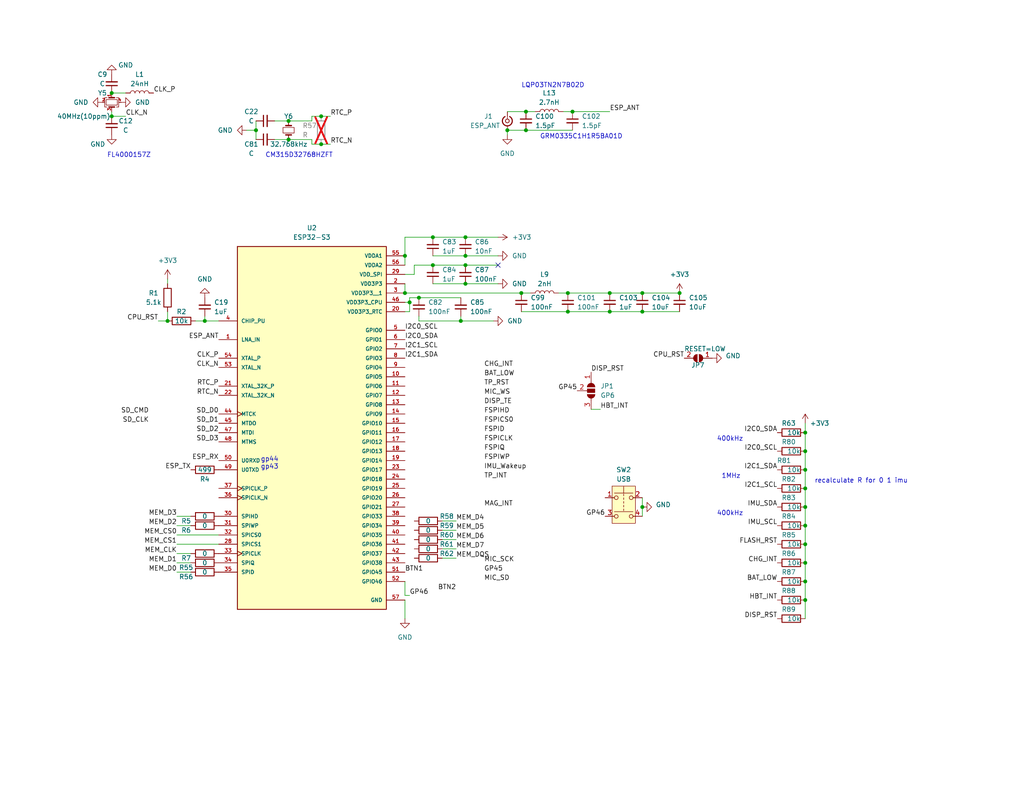
<source format=kicad_sch>
(kicad_sch (version 20230121) (generator eeschema)
  (paper "USLetter")
  (lib_symbols
    (symbol "APS12808L-3OBMx_1"
      (property "Reference" "U" (at 0 17.78 0))
      (property "Value" "APS12808L-3OBMx" (at 0 15.24 0))
      (symbol "APS12808L-3OBMx_1_1_0"
        (pin no_connect line (at 1.27 -16.51 0) (length 2.54) hide (name "") (number "A2"))
        (pin no_connect line (at 1.27 -19.05 0) (length 2.54) hide (name "") (number "A5"))
        (pin no_connect line (at 1.27 -21.59 0) (length 2.54) hide (name "") (number "B1"))
        (pin no_connect line (at 1.27 -24.13 0) (length 2.54) hide (name "") (number "B5"))
        (pin no_connect line (at 1.27 -26.67 0) (length 2.54) hide (name "") (number "C5"))
      )
      (symbol "APS12808L-3OBMx_1_1_1"
        (pin input line (at -12.7 -8.89 0) (length 2.54) (name "CE#") (number "A3"))
        (pin input line (at -12.7 -11.43 0) (length 2.54) (name "RST#") (number "A4"))
        (pin input line (at 12.7 -11.43 180) (length 2.54) (name "CLK") (number "B2"))
        (pin power_in line (at -12.7 1.27 0) (length 2.54) (name "VSS") (number "B3"))
        (pin power_in line (at -12.7 11.43 0) (length 2.54) (name "VDD") (number "B4"))
        (pin power_in line (at -12.7 -1.27 0) (length 2.54) (name "VSSQ") (number "C1"))
        (pin bidirectional line (at 12.7 -8.89 180) (length 2.54) (name "DQS/DM") (number "C3"))
        (pin bidirectional line (at 12.7 6.35 180) (length 2.54) (name "ADQ2") (number "C4"))
        (pin power_in line (at -12.7 8.89 0) (length 2.54) (name "VDDQ") (number "D1"))
        (pin bidirectional line (at 12.7 8.89 180) (length 2.54) (name "ADQ1") (number "D2"))
        (pin bidirectional line (at 12.7 11.43 180) (length 2.54) (name "ADQ0") (number "D3"))
        (pin bidirectional line (at 12.7 3.81 180) (length 2.54) (name "ADQ3") (number "D4"))
        (pin bidirectional line (at 12.7 1.27 180) (length 2.54) (name "ADQ4") (number "D5"))
        (pin bidirectional line (at 12.7 -6.35 180) (length 2.54) (name "ADQ7") (number "E1"))
        (pin bidirectional line (at 12.7 -3.81 180) (length 2.54) (name "ADQ6") (number "E2"))
        (pin bidirectional line (at 12.7 -1.27 180) (length 2.54) (name "ADQ5") (number "E3"))
        (pin power_in line (at -12.7 6.35 0) (length 2.54) (name "VDDQ") (number "E4"))
        (pin power_in line (at -12.7 -3.81 0) (length 2.54) (name "VSSQ") (number "E5"))
      )
    )
    (symbol "Connector:Conn_Coaxial_Small" (pin_numbers hide) (pin_names (offset 1.016) hide)
      (property "Reference" "J" (at 0.254 3.048 0))
      (property "Value" "Conn_Coaxial_Small" (at 0 -3.81 0))
      (symbol "Conn_Coaxial_Small_1_1"
        (pin passive line (at -2.54 0 0) (length 1.27) (name "In") (number "1"))
        (pin passive line (at 2.54 0 180) (length 1.27) (name "Ext") (number "2"))
      )
    )
    (symbol "Connector:Micro_SD_Card" (pin_names (offset 1.016))
      (property "Reference" "J" (at -16.51 15.24 0))
      (property "Value" "Micro_SD_Card" (at 16.51 15.24 0))
      (symbol "Micro_SD_Card_1_1"
        (pin bidirectional line (at -22.86 7.62 0) (length 3.81) (name "DAT2") (number "1"))
        (pin bidirectional line (at -22.86 5.08 0) (length 3.81) (name "DAT3/CD") (number "2"))
        (pin input line (at -22.86 2.54 0) (length 3.81) (name "CMD") (number "3"))
        (pin power_in line (at -22.86 0 0) (length 3.81) (name "VDD") (number "4"))
        (pin input line (at -22.86 -2.54 0) (length 3.81) (name "CLK") (number "5"))
        (pin power_in line (at -22.86 -5.08 0) (length 3.81) (name "VSS") (number "6"))
        (pin bidirectional line (at -22.86 -7.62 0) (length 3.81) (name "DAT0") (number "7"))
        (pin bidirectional line (at -22.86 -10.16 0) (length 3.81) (name "DAT1") (number "8"))
        (pin passive line (at 20.32 -15.24 180) (length 3.81) (name "SHIELD") (number "9"))
      )
    )
    (symbol "Connector:TestPoint" (pin_numbers hide) (pin_names (offset 0.762) hide)
      (property "Reference" "TP" (at 0 6.858 0))
      (property "Value" "TestPoint" (at 0 5.08 0))
      (symbol "TestPoint_1_1"
        (pin passive line (at 0 0 90) (length 2.54) (name "1") (number "1"))
      )
    )
    (symbol "Device:C_Small" (pin_numbers hide) (pin_names (offset 0.254) hide)
      (property "Reference" "C" (at 0.254 1.778 0))
      (property "Value" "C_Small" (at 0.254 -2.032 0))
      (symbol "C_Small_1_1"
        (pin passive line (at 0 2.54 270) (length 2.032) (name "~") (number "1"))
        (pin passive line (at 0 -2.54 90) (length 2.032) (name "~") (number "2"))
      )
    )
    (symbol "Device:Crystal_GND24_Small" (pin_names (offset 1.016) hide)
      (property "Reference" "Y" (at 1.27 4.445 0))
      (property "Value" "Crystal_GND24_Small" (at 1.27 2.54 0))
      (symbol "Crystal_GND24_Small_1_1"
        (pin passive line (at -2.54 0 0) (length 1.27) (name "1") (number "1"))
        (pin passive line (at 0 -2.54 90) (length 0.635) (name "2") (number "2"))
        (pin passive line (at 2.54 0 180) (length 1.27) (name "3") (number "3"))
        (pin passive line (at 0 2.54 270) (length 0.635) (name "4") (number "4"))
      )
    )
    (symbol "Device:Crystal_Small" (pin_numbers hide) (pin_names (offset 1.016) hide)
      (property "Reference" "Y" (at 0 2.54 0))
      (property "Value" "Crystal_Small" (at 0 -2.54 0))
      (symbol "Crystal_Small_1_1"
        (pin passive line (at -2.54 0 0) (length 1.27) (name "1") (number "1"))
        (pin passive line (at 2.54 0 180) (length 1.27) (name "2") (number "2"))
      )
    )
    (symbol "Device:L" (pin_numbers hide) (pin_names (offset 1.016) hide)
      (property "Reference" "L" (at -1.27 0 90))
      (property "Value" "L" (at 1.905 0 90))
      (symbol "L_1_1"
        (pin passive line (at 0 3.81 270) (length 1.27) (name "1") (number "1"))
        (pin passive line (at 0 -3.81 90) (length 1.27) (name "2") (number "2"))
      )
    )
    (symbol "Device:R" (pin_numbers hide) (pin_names (offset 0))
      (property "Reference" "R" (at 2.032 0 90))
      (property "Value" "R" (at 0 0 90))
      (symbol "R_1_1"
        (pin passive line (at 0 3.81 270) (length 1.27) (name "~") (number "1"))
        (pin passive line (at 0 -3.81 90) (length 1.27) (name "~") (number "2"))
      )
    )
    (symbol "Jumper:SolderJumper_2_Open" (pin_names (offset 0) hide)
      (property "Reference" "JP" (at 0 2.032 0))
      (property "Value" "SolderJumper_2_Open" (at 0 -2.54 0))
      (symbol "SolderJumper_2_Open_1_1"
        (pin passive line (at -3.81 0 0) (length 2.54) (name "A") (number "1"))
        (pin passive line (at 3.81 0 180) (length 2.54) (name "B") (number "2"))
      )
    )
    (symbol "Jumper:SolderJumper_3_Open" (pin_names (offset 0) hide)
      (property "Reference" "JP" (at -2.54 -2.54 0))
      (property "Value" "SolderJumper_3_Open" (at 0 2.794 0))
      (symbol "SolderJumper_3_Open_1_1"
        (pin passive line (at -5.08 0 0) (length 2.54) (name "A") (number "1"))
        (pin passive line (at 0 -3.81 90) (length 2.54) (name "C") (number "2"))
        (pin passive line (at 5.08 0 180) (length 2.54) (name "B") (number "3"))
      )
    )
    (symbol "MCU_Espressif:ESP32-S3" (pin_names (offset 1.016))
      (property "Reference" "U" (at -20.32 49.53 0))
      (property "Value" "ESP32-S3" (at -20.32 -52.07 0))
      (symbol "ESP32-S3_0_0"
        (pin bidirectional line (at -25.4 22.86 0) (length 5.08) (name "LNA_IN") (number "1"))
        (pin bidirectional line (at 25.4 12.7 180) (length 5.08) (name "GPIO5") (number "10"))
        (pin bidirectional line (at 25.4 10.16 180) (length 5.08) (name "GPIO6") (number "11"))
        (pin bidirectional line (at 25.4 7.62 180) (length 5.08) (name "GPIO7") (number "12"))
        (pin bidirectional line (at 25.4 5.08 180) (length 5.08) (name "GPIO8") (number "13"))
        (pin bidirectional line (at 25.4 2.54 180) (length 5.08) (name "GPIO9") (number "14"))
        (pin bidirectional line (at 25.4 0 180) (length 5.08) (name "GPIO10") (number "15"))
        (pin bidirectional line (at 25.4 -2.54 180) (length 5.08) (name "GPIO11") (number "16"))
        (pin bidirectional line (at 25.4 -5.08 180) (length 5.08) (name "GPIO12") (number "17"))
        (pin bidirectional line (at 25.4 -7.62 180) (length 5.08) (name "GPIO13") (number "18"))
        (pin bidirectional line (at 25.4 -10.16 180) (length 5.08) (name "GPIO14") (number "19"))
        (pin power_in line (at 25.4 38.1 180) (length 5.08) (name "VDD3P3") (number "2"))
        (pin power_in line (at 25.4 30.48 180) (length 5.08) (name "VDD3P3_RTC") (number "20"))
        (pin bidirectional line (at -25.4 10.16 0) (length 5.08) (name "XTAL_32K_P") (number "21"))
        (pin bidirectional line (at -25.4 7.62 0) (length 5.08) (name "XTAL_32K_N") (number "22"))
        (pin bidirectional line (at 25.4 -12.7 180) (length 5.08) (name "GPIO17") (number "23"))
        (pin bidirectional line (at 25.4 -15.24 180) (length 5.08) (name "GPIO18") (number "24"))
        (pin bidirectional line (at 25.4 -17.78 180) (length 5.08) (name "GPIO19") (number "25"))
        (pin bidirectional line (at 25.4 -20.32 180) (length 5.08) (name "GPIO20") (number "26"))
        (pin bidirectional line (at 25.4 -22.86 180) (length 5.08) (name "GPIO21") (number "27"))
        (pin bidirectional line (at -25.4 -33.02 0) (length 5.08) (name "SPICS1") (number "28"))
        (pin power_in line (at 25.4 40.64 180) (length 5.08) (name "VDD_SPI") (number "29"))
        (pin power_in line (at 25.4 35.56 180) (length 5.08) (name "VDD3P3__1") (number "3"))
        (pin bidirectional line (at -25.4 -25.4 0) (length 5.08) (name "SPIHD") (number "30"))
        (pin bidirectional line (at -25.4 -27.94 0) (length 5.08) (name "SPIWP") (number "31"))
        (pin bidirectional line (at -25.4 -30.48 0) (length 5.08) (name "SPICS0") (number "32"))
        (pin bidirectional clock (at -25.4 -35.56 0) (length 5.08) (name "SPICLK") (number "33"))
        (pin bidirectional line (at -25.4 -38.1 0) (length 5.08) (name "SPIQ") (number "34"))
        (pin bidirectional line (at -25.4 -40.64 0) (length 5.08) (name "SPID") (number "35"))
        (pin bidirectional clock (at -25.4 -20.32 0) (length 5.08) (name "SPICLK_N") (number "36"))
        (pin bidirectional clock (at -25.4 -17.78 0) (length 5.08) (name "SPICLK_P") (number "37"))
        (pin bidirectional line (at 25.4 -25.4 180) (length 5.08) (name "GPIO33") (number "38"))
        (pin bidirectional line (at 25.4 -27.94 180) (length 5.08) (name "GPIO34") (number "39"))
        (pin input line (at -25.4 27.94 0) (length 5.08) (name "CHIP_PU") (number "4"))
        (pin bidirectional line (at 25.4 -30.48 180) (length 5.08) (name "GPIO35") (number "40"))
        (pin bidirectional line (at 25.4 -33.02 180) (length 5.08) (name "GPIO36") (number "41"))
        (pin bidirectional line (at 25.4 -35.56 180) (length 5.08) (name "GPIO37") (number "42"))
        (pin bidirectional line (at 25.4 -38.1 180) (length 5.08) (name "GPIO38") (number "43"))
        (pin bidirectional clock (at -25.4 2.54 0) (length 5.08) (name "MTCK") (number "44"))
        (pin bidirectional line (at -25.4 0 0) (length 5.08) (name "MTDO") (number "45"))
        (pin power_in line (at 25.4 33.02 180) (length 5.08) (name "VDD3P3_CPU") (number "46"))
        (pin bidirectional line (at -25.4 -2.54 0) (length 5.08) (name "MTDI") (number "47"))
        (pin bidirectional line (at -25.4 -5.08 0) (length 5.08) (name "MTMS") (number "48"))
        (pin bidirectional line (at -25.4 -12.7 0) (length 5.08) (name "U0TXD") (number "49"))
        (pin bidirectional line (at 25.4 25.4 180) (length 5.08) (name "GPIO0") (number "5"))
        (pin bidirectional line (at -25.4 -10.16 0) (length 5.08) (name "U0RXD") (number "50"))
        (pin bidirectional line (at 25.4 -40.64 180) (length 5.08) (name "GPIO45") (number "51"))
        (pin bidirectional line (at 25.4 -43.18 180) (length 5.08) (name "GPIO46") (number "52"))
        (pin output line (at -25.4 15.24 0) (length 5.08) (name "XTAL_N") (number "53"))
        (pin input line (at -25.4 17.78 0) (length 5.08) (name "XTAL_P") (number "54"))
        (pin power_in line (at 25.4 45.72 180) (length 5.08) (name "VDDA1") (number "55"))
        (pin power_in line (at 25.4 43.18 180) (length 5.08) (name "VDDA2") (number "56"))
        (pin power_in line (at 25.4 -48.26 180) (length 5.08) (name "GND") (number "57"))
        (pin bidirectional line (at 25.4 22.86 180) (length 5.08) (name "GPIO1") (number "6"))
        (pin bidirectional line (at 25.4 20.32 180) (length 5.08) (name "GPIO2") (number "7"))
        (pin bidirectional line (at 25.4 17.78 180) (length 5.08) (name "GPIO3") (number "8"))
        (pin bidirectional line (at 25.4 15.24 180) (length 5.08) (name "GPIO4") (number "9"))
      )
    )
    (symbol "Switch:SW_Push_Dual" (pin_names (offset 1.016) hide)
      (property "Reference" "SW" (at 0 7.62 0))
      (property "Value" "SW_Push_Dual" (at 0 -6.35 0))
      (symbol "SW_Push_Dual_0_1"
        (pin passive line (at -5.08 2.54 0) (length 2.54) (name "1") (number "1"))
        (pin passive line (at 5.08 2.54 180) (length 2.54) (name "2") (number "2"))
        (pin passive line (at -5.08 -2.54 0) (length 2.54) (name "3") (number "3"))
        (pin passive line (at 5.08 -2.54 180) (length 2.54) (name "4") (number "4"))
      )
    )
    (symbol "custom-lib:MX25LM51245GXDI00"
      (property "Reference" "U" (at 0 17.78 0))
      (property "Value" "MX25LM51245GXDI00" (at 0 15.24 0))
      (symbol "MX25LM51245GXDI00_0_1"
        (pin input line (at -15.24 -8.89 0) (length 7.62) (name "RESET#") (number "A4"))
        (pin unspecified line (at -15.24 -11.43 0) (length 7.62) (name "ECS#") (number "A5"))
        (pin input line (at 15.24 -11.43 180) (length 7.62) (name "SCLK") (number "B2"))
        (pin power_in line (at -15.24 11.43 0) (length 7.62) (name "VCC") (number "B4"))
        (pin input line (at -15.24 -6.35 0) (length 7.62) (name "CS#") (number "C2"))
        (pin bidirectional line (at 15.24 6.35 180) (length 7.62) (name "SIO2") (number "C4"))
        (pin power_in line (at -15.24 8.89 0) (length 7.62) (name "VCCQ") (number "D1"))
        (pin bidirectional line (at 15.24 8.89 180) (length 7.62) (name "SIO1") (number "D2"))
        (pin bidirectional line (at 15.24 11.43 180) (length 7.62) (name "SIO0") (number "D3"))
        (pin bidirectional line (at 15.24 3.81 180) (length 7.62) (name "SIO3") (number "D4"))
        (pin bidirectional line (at 15.24 1.27 180) (length 7.62) (name "SIO4") (number "D5"))
        (pin bidirectional line (at 15.24 -6.35 180) (length 7.62) (name "SIO7") (number "E1"))
        (pin bidirectional line (at 15.24 -3.81 180) (length 7.62) (name "SIO6") (number "E2"))
        (pin bidirectional line (at 15.24 -1.27 180) (length 7.62) (name "SIO5") (number "E3"))
        (pin power_in line (at -15.24 6.35 0) (length 7.62) (name "VCCQ") (number "E4"))
      )
      (symbol "MX25LM51245GXDI00_1_1"
        (pin no_connect line (at -3.81 -16.51 0) (length 7.62) hide (name "NC") (number "A2"))
        (pin no_connect line (at -3.81 -19.05 0) (length 7.62) hide (name "NC") (number "A3"))
        (pin no_connect line (at -3.81 -21.59 0) (length 7.62) hide (name "DNU") (number "B1"))
        (pin power_in line (at -15.24 -2.54 0) (length 7.62) (name "GND") (number "B3"))
        (pin no_connect line (at -3.81 -24.13 0) (length 7.62) hide (name "DNU") (number "B5"))
        (pin power_in line (at -15.24 2.54 0) (length 7.62) (name "VSSQ") (number "C1"))
        (pin bidirectional line (at 15.24 -8.89 180) (length 7.62) (name "DQS") (number "C3"))
        (pin no_connect line (at -3.81 -26.67 0) (length 7.62) hide (name "NC") (number "C5"))
        (pin power_in line (at -15.24 0 0) (length 7.62) (name "VSSQ") (number "E5"))
      )
    )
    (symbol "power:+3V3" (power) (pin_names (offset 0))
      (property "Value" "+3V3" (at 0 3.556 0))
      (symbol "+3V3_1_1"
        (pin power_in line (at 0 0 90) (length 0) hide (name "+3V3") (number "1"))
      )
    )
    (symbol "power:GND" (power) (pin_names (offset 0))
      (property "Value" "GND" (at 0 -3.81 0))
      (symbol "GND_1_1"
        (pin power_in line (at 0 0 270) (length 0) hide (name "GND") (number "1"))
      )
    )
  )
  (junction (at 127 64.77))
  (junction (at 356.87 86.36))
  (junction (at 341.63 43.18))
  (junction (at 219.71 163.83))
  (junction (at 135.89 308.61))
  (junction (at 346.71 34.29))
  (junction (at 127 275.59))
  (junction (at 114.3 275.59))
  (junction (at 78.74 38.1))
  (junction (at 346.71 52.07))
  (junction (at 219.71 148.59))
  (junction (at 118.11 64.77))
  (junction (at 341.63 34.29))
  (junction (at 139.7 306.07))
  (junction (at 219.71 143.51))
  (junction (at 350.52 34.29))
  (junction (at 120.65 293.37))
  (junction (at 154.94 85.09))
  (junction (at 175.26 80.01))
  (junction (at 120.65 275.59))
  (junction (at 87.63 31.75))
  (junction (at 110.49 80.01))
  (junction (at 125.73 87.63))
  (junction (at 156.21 30.48))
  (junction (at 69.85 35.56))
  (junction (at 351.79 106.68))
  (junction (at 133.35 275.59))
  (junction (at 142.24 80.01))
  (junction (at 166.37 85.09))
  (junction (at 138.43 35.56))
  (junction (at 78.74 33.02))
  (junction (at 175.26 138.43))
  (junction (at 55.88 87.63))
  (junction (at 114.3 81.28))
  (junction (at 356.87 96.52))
  (junction (at 166.37 80.01))
  (junction (at 127 298.45))
  (junction (at 133.35 303.53))
  (junction (at 128.27 308.61))
  (junction (at 219.71 118.11))
  (junction (at 111.76 82.55))
  (junction (at 219.71 128.27))
  (junction (at 107.95 288.29))
  (junction (at 353.06 96.52))
  (junction (at 30.48 31.75))
  (junction (at 127 77.47))
  (junction (at 219.71 158.75))
  (junction (at 127 72.39))
  (junction (at 353.06 86.36))
  (junction (at 219.71 123.19))
  (junction (at 219.71 133.35))
  (junction (at 139.7 275.59))
  (junction (at 175.26 85.09))
  (junction (at 219.71 153.67))
  (junction (at 143.51 30.48))
  (junction (at 110.49 69.85))
  (junction (at 118.11 72.39))
  (junction (at 350.52 43.18))
  (junction (at 219.71 138.43))
  (junction (at 87.63 39.37))
  (junction (at 127 69.85))
  (junction (at 347.98 96.52))
  (junction (at 346.71 43.18))
  (junction (at 154.94 80.01))
  (junction (at 45.72 87.63))
  (junction (at 143.51 35.56))
  (junction (at 114.3 290.83))
  (junction (at 185.42 80.01))
  (junction (at 347.98 86.36))
  (junction (at 30.48 25.4))
  (no_connect (at 135.89 72.39))
  (wire (pts (xy 219.71 115.57) (xy 219.71 118.11)))
  (wire (pts (xy 48.26 146.05) (xy 59.69 146.05)))
  (wire (pts (xy 85.09 33.02) (xy 78.74 33.02)))
  (wire (pts (xy 154.94 85.09) (xy 166.37 85.09)))
  (wire (pts (xy 342.9 63.5) (xy 346.71 63.5)))
  (wire (pts (xy 48.26 153.67) (xy 52.07 153.67)))
  (wire (pts (xy 135.89 300.99) (xy 135.89 308.61)))
  (wire (pts (xy 113.03 74.93) (xy 110.49 74.93)))
  (wire (pts (xy 135.89 308.61) (xy 135.89 311.15)))
  (wire (pts (xy 166.37 85.09) (xy 175.26 85.09)))
  (wire (pts (xy 346.71 36.83) (xy 346.71 34.29)))
  (wire (pts (xy 139.7 306.07) (xy 125.73 306.07)))
  (wire (pts (xy 350.52 43.18) (xy 350.52 45.72)))
  (wire (pts (xy 153.67 30.48) (xy 156.21 30.48)))
  (wire (pts (xy 347.98 86.36) (xy 353.06 86.36)))
  (wire (pts (xy 105.41 288.29) (xy 107.95 288.29)))
  (wire (pts (xy 118.11 69.85) (xy 127 69.85)))
  (wire (pts (xy 74.93 38.1) (xy 78.74 38.1)))
  (wire (pts (xy 143.51 35.56) (xy 156.21 35.56)))
  (wire (pts (xy 114.3 81.28) (xy 125.73 81.28)))
  (wire (pts (xy 219.71 138.43) (xy 219.71 143.51)))
  (wire (pts (xy 110.49 162.56) (xy 110.49 158.75)))
  (wire (pts (xy 219.71 128.27) (xy 219.71 133.35)))
  (wire (pts (xy 120.65 293.37) (xy 140.97 293.37)))
  (wire (pts (xy 135.89 72.39) (xy 127 72.39)))
  (wire (pts (xy 87.63 39.37) (xy 85.09 39.37)))
  (wire (pts (xy 85.09 38.1) (xy 78.74 38.1)))
  (wire (pts (xy 69.85 35.56) (xy 69.85 38.1)))
  (wire (pts (xy 124.46 298.45) (xy 127 298.45)))
  (wire (pts (xy 87.63 31.75) (xy 85.09 31.75)))
  (wire (pts (xy 118.11 293.37) (xy 120.65 293.37)))
  (wire (pts (xy 219.71 148.59) (xy 219.71 153.67)))
  (wire (pts (xy 128.27 295.91) (xy 128.27 308.61)))
  (wire (pts (xy 356.87 86.36) (xy 356.87 88.9)))
  (wire (pts (xy 166.37 80.01) (xy 175.26 80.01)))
  (wire (pts (xy 124.46 149.86) (xy 120.65 149.86)))
  (wire (pts (xy 219.71 153.67) (xy 219.71 158.75)))
  (wire (pts (xy 124.46 147.32) (xy 120.65 147.32)))
  (wire (pts (xy 175.26 138.43) (xy 175.26 140.97)))
  (wire (pts (xy 48.26 140.97) (xy 52.07 140.97)))
  (wire (pts (xy 111.76 290.83) (xy 114.3 290.83)))
  (wire (pts (xy 346.71 43.18) (xy 350.52 43.18)))
  (wire (pts (xy 346.71 52.07) (xy 346.71 63.5)))
  (wire (pts (xy 350.52 34.29) (xy 350.52 36.83)))
  (wire (pts (xy 175.26 80.01) (xy 185.42 80.01)))
  (wire (pts (xy 175.26 85.09) (xy 185.42 85.09)))
  (wire (pts (xy 219.71 123.19) (xy 219.71 128.27)))
  (wire (pts (xy 90.17 31.75) (xy 87.63 31.75)))
  (wire (pts (xy 139.7 283.21) (xy 139.7 306.07)))
  (wire (pts (xy 350.52 40.64) (xy 350.52 43.18)))
  (wire (pts (xy 142.24 80.01) (xy 144.78 80.01)))
  (wire (pts (xy 140.97 300.99) (xy 135.89 300.99)))
  (wire (pts (xy 48.26 151.13) (xy 52.07 151.13)))
  (wire (pts (xy 114.3 87.63) (xy 114.3 86.36)))
  (wire (pts (xy 111.76 82.55) (xy 111.76 81.28)))
  (wire (pts (xy 219.71 123.19) (xy 219.71 118.11)))
  (wire (pts (xy 125.73 87.63) (xy 134.62 87.63)))
  (wire (pts (xy 219.71 133.35) (xy 219.71 138.43)))
  (wire (pts (xy 140.97 295.91) (xy 128.27 295.91)))
  (wire (pts (xy 30.48 31.75) (xy 30.48 30.48)))
  (wire (pts (xy 219.71 143.51) (xy 219.71 148.59)))
  (wire (pts (xy 351.79 106.68) (xy 351.79 113.03)))
  (wire (pts (xy 118.11 72.39) (xy 127 72.39)))
  (wire (pts (xy 110.49 168.91) (xy 110.49 163.83)))
  (wire (pts (xy 118.11 64.77) (xy 127 64.77)))
  (wire (pts (xy 48.26 148.59) (xy 59.69 148.59)))
  (wire (pts (xy 45.72 76.2) (xy 45.72 77.47)))
  (wire (pts (xy 353.06 88.9) (xy 353.06 86.36)))
  (wire (pts (xy 161.29 111.76) (xy 163.83 111.76)))
  (wire (pts (xy 113.03 72.39) (xy 118.11 72.39)))
  (wire (pts (xy 152.4 80.01) (xy 154.94 80.01)))
  (wire (pts (xy 90.17 39.37) (xy 87.63 39.37)))
  (wire (pts (xy 356.87 93.98) (xy 356.87 96.52)))
  (wire (pts (xy 110.49 64.77) (xy 110.49 69.85)))
  (wire (pts (xy 346.71 86.36) (xy 347.98 86.36)))
  (wire (pts (xy 107.95 275.59) (xy 114.3 275.59)))
  (wire (pts (xy 356.87 96.52) (xy 356.87 99.06)))
  (wire (pts (xy 140.97 303.53) (xy 133.35 303.53)))
  (wire (pts (xy 140.97 306.07) (xy 139.7 306.07)))
  (wire (pts (xy 127 77.47) (xy 135.89 77.47)))
  (wire (pts (xy 113.03 72.39) (xy 113.03 74.93)))
  (wire (pts (xy 30.48 31.75) (xy 34.29 31.75)))
  (wire (pts (xy 110.49 69.85) (xy 110.49 72.39)))
  (wire (pts (xy 346.71 52.07) (xy 350.52 52.07)))
  (wire (pts (xy 347.98 96.52) (xy 353.06 96.52)))
  (wire (pts (xy 351.79 106.68) (xy 356.87 106.68)))
  (wire (pts (xy 53.34 87.63) (xy 55.88 87.63)))
  (wire (pts (xy 111.76 85.09) (xy 111.76 82.55)))
  (wire (pts (xy 124.46 142.24) (xy 120.65 142.24)))
  (wire (pts (xy 55.88 87.63) (xy 59.69 87.63)))
  (wire (pts (xy 85.09 31.75) (xy 85.09 33.02)))
  (wire (pts (xy 110.49 162.56) (xy 111.76 162.56)))
  (wire (pts (xy 347.98 54.61) (xy 350.52 54.61)))
  (wire (pts (xy 138.43 35.56) (xy 143.51 35.56)))
  (wire (pts (xy 107.95 288.29) (xy 140.97 288.29)))
  (wire (pts (xy 114.3 283.21) (xy 114.3 290.83)))
  (wire (pts (xy 127 298.45) (xy 140.97 298.45)))
  (wire (pts (xy 353.06 93.98) (xy 353.06 96.52)))
  (wire (pts (xy 341.63 41.91) (xy 341.63 43.18)))
  (wire (pts (xy 346.71 96.52) (xy 347.98 96.52)))
  (wire (pts (xy 144.78 275.59) (xy 139.7 275.59)))
  (wire (pts (xy 350.52 31.75) (xy 350.52 34.29)))
  (wire (pts (xy 118.11 77.47) (xy 127 77.47)))
  (wire (pts (xy 350.52 106.68) (xy 351.79 106.68)))
  (wire (pts (xy 219.71 163.83) (xy 219.71 168.91)))
  (wire (pts (xy 110.49 85.09) (xy 111.76 85.09)))
  (wire (pts (xy 43.18 87.63) (xy 45.72 87.63)))
  (wire (pts (xy 346.71 34.29) (xy 350.52 34.29)))
  (wire (pts (xy 341.63 36.83) (xy 341.63 34.29)))
  (wire (pts (xy 353.06 96.52) (xy 356.87 96.52)))
  (wire (pts (xy 347.98 88.9) (xy 347.98 86.36)))
  (wire (pts (xy 175.26 135.89) (xy 175.26 138.43)))
  (wire (pts (xy 219.71 158.75) (xy 219.71 163.83)))
  (wire (pts (xy 340.36 43.18) (xy 341.63 43.18)))
  (wire (pts (xy 340.36 34.29) (xy 341.63 34.29)))
  (wire (pts (xy 146.05 30.48) (xy 143.51 30.48)))
  (wire (pts (xy 114.3 275.59) (xy 120.65 275.59)))
  (wire (pts (xy 347.98 93.98) (xy 347.98 96.52)))
  (wire (pts (xy 74.93 33.02) (xy 78.74 33.02)))
  (wire (pts (xy 342.9 66.04) (xy 347.98 66.04)))
  (wire (pts (xy 142.24 85.09) (xy 154.94 85.09)))
  (wire (pts (xy 110.49 82.55) (xy 111.76 82.55)))
  (wire (pts (xy 67.31 35.56) (xy 69.85 35.56)))
  (wire (pts (xy 138.43 30.48) (xy 143.51 30.48)))
  (wire (pts (xy 133.35 283.21) (xy 133.35 303.53)))
  (wire (pts (xy 154.94 80.01) (xy 166.37 80.01)))
  (wire (pts (xy 111.76 81.28) (xy 114.3 81.28)))
  (wire (pts (xy 120.65 275.59) (xy 127 275.59)))
  (wire (pts (xy 85.09 39.37) (xy 85.09 38.1)))
  (wire (pts (xy 48.26 156.21) (xy 52.07 156.21)))
  (wire (pts (xy 128.27 308.61) (xy 129.54 308.61)))
  (wire (pts (xy 346.71 52.07) (xy 345.44 52.07)))
  (wire (pts (xy 125.73 87.63) (xy 125.73 86.36)))
  (wire (pts (xy 110.49 64.77) (xy 118.11 64.77)))
  (wire (pts (xy 124.46 144.78) (xy 120.65 144.78)))
  (wire (pts (xy 133.35 275.59) (xy 139.7 275.59)))
  (wire (pts (xy 69.85 33.02) (xy 69.85 35.56)))
  (wire (pts (xy 356.87 83.82) (xy 356.87 86.36)))
  (wire (pts (xy 156.21 30.48) (xy 166.37 30.48)))
  (wire (pts (xy 110.49 80.01) (xy 142.24 80.01)))
  (wire (pts (xy 138.43 36.83) (xy 138.43 35.56)))
  (wire (pts (xy 127 69.85) (xy 135.89 69.85)))
  (wire (pts (xy 45.72 85.09) (xy 45.72 87.63)))
  (wire (pts (xy 114.3 290.83) (xy 140.97 290.83)))
  (wire (pts (xy 125.73 303.53) (xy 133.35 303.53)))
  (wire (pts (xy 55.88 86.36) (xy 55.88 87.63)))
  (wire (pts (xy 127 283.21) (xy 127 298.45)))
  (wire (pts (xy 135.89 64.77) (xy 127 64.77)))
  (wire (pts (xy 127 275.59) (xy 133.35 275.59)))
  (wire (pts (xy 107.95 283.21) (xy 107.95 288.29)))
  (wire (pts (xy 134.62 308.61) (xy 135.89 308.61)))
  (wire (pts (xy 353.06 86.36) (xy 356.87 86.36)))
  (wire (pts (xy 110.49 77.47) (xy 110.49 80.01)))
  (wire (pts (xy 341.63 43.18) (xy 346.71 43.18)))
  (wire (pts (xy 128.27 308.61) (xy 128.27 311.15)))
  (wire (pts (xy 346.71 41.91) (xy 346.71 43.18)))
  (wire (pts (xy 347.98 66.04) (xy 347.98 54.61)))
  (wire (pts (xy 114.3 87.63) (xy 125.73 87.63)))
  (wire (pts (xy 341.63 34.29) (xy 346.71 34.29)))
  (wire (pts (xy 120.65 283.21) (xy 120.65 293.37)))
  (wire (pts (xy 124.46 152.4) (xy 120.65 152.4)))
  (wire (pts (xy 34.29 25.4) (xy 30.48 25.4)))
  (wire (pts (xy 48.26 143.51) (xy 52.07 143.51)))
  (text "recalculate R for 0 1 imu" (at 222.25 132.08 0) (effects (font (size 1.27 1.27)) (justify left bottom)))
  (text "std" (at 335.28 39.37 0) (effects (font (size 1.27 1.27)) (justify left bottom)))
  (text "std" (at 340.36 91.44 0) (effects (font (size 1.27 1.27)) (justify left bottom)))
  (text "FL4000157Z" (at 29.21 43.18 0) (effects (font (size 1.27 1.27)) (justify left bottom)))
  (text "GOOD" (at 367.03 115.57 0) (effects (font (size 1.27 1.27)) (justify left bottom)))
  (text "GRM0335C1H1R5BA01D" (at 147.32 38.1 0) (effects (font (size 1.27 1.27)) (justify left bottom)))
  (text "1MHz" (at 196.85 130.81 0) (effects (font (size 1.27 1.27)) (justify left bottom)))
  (text "CM315D32768HZFT" (at 72.39 43.18 0) (effects (font (size 1.27 1.27)) (justify left bottom)))
  (text "gp44\ngp43" (at 71.12 128.27 0) (effects (font (size 1.27 1.27)) (justify left bottom)))
  (text "16MB PSRAM, 120MHz(133) DDR OPI" (at 354.33 113.03 0) (effects (font (size 1.27 1.27)) (justify left bottom)))
  (text "400kHz" (at 195.58 140.97 0) (effects (font (size 1.27 1.27)) (justify left bottom)))
  (text "LQP03TN2N7B02D" (at 142.24 24.13 0) (effects (font (size 1.27 1.27)) (justify left bottom)))
  (text "GOOD" (at 363.22 64.77 0) (effects (font (size 1.27 1.27)) (justify left bottom)))
  (text "64MB NOR Flash, 120MHz(133) DDR OPI" (at 347.98 60.96 0) (effects (font (size 1.27 1.27)) (justify left bottom)))
  (text "400kHz" (at 195.58 120.65 0) (effects (font (size 1.27 1.27)) (justify left bottom)))
  (label "MEM_D5" (at 381 44.45 0))
  (label "RTC_P" (at 59.69 105.41 180))
  (label "MEM_D3" (at 382.27 91.44 0))
  (label "MEM_D7" (at 382.27 101.6 0))
  (label "I2C0_SDA" (at 110.49 92.71 0))
  (label "CHG_INT" (at 132.08 100.33 0))
  (label "ESP_ANT" (at 59.69 92.71 180))
  (label "BTN1" (at 110.49 156.21 0))
  (label "MEM_D5" (at 382.27 96.52 0))
  (label "MEM_D4" (at 124.46 142.24 0))
  (label "SD_CMD" (at 40.64 113.03 180))
  (label "MEM_D1" (at 48.26 153.67 180))
  (label "MEM_D3" (at 381 39.37 0))
  (label "FSPID" (at 132.08 118.11 0))
  (label "MEM_CLK" (at 381 54.61 0))
  (label "MEM_D2" (at 382.27 88.9 0))
  (label "IMU_SDA" (at 212.09 138.43 180))
  (label "DISP_RST" (at 161.29 101.6 0))
  (label "MEM_CS1" (at 356.87 104.14 180))
  (label "RTC_P" (at 90.17 31.75 0))
  (label "SD_D1" (at 59.69 115.57 180))
  (label "MEM_D6" (at 381 46.99 0))
  (label "IMU_SCL" (at 212.09 143.51 180))
  (label "MEM_CLK" (at 48.26 151.13 180))
  (label "MIC_WS" (at 132.08 107.95 0))
  (label "SD_CLK" (at 124.46 298.45 180))
  (label "TP_RST" (at 132.08 105.41 0))
  (label "MEM_CS0" (at 48.26 146.05 180))
  (label "I2C0_SCL" (at 110.49 90.17 0))
  (label "MAG_INT" (at 132.08 138.43 0))
  (label "CLK_P" (at 59.69 97.79 180))
  (label "FLASH_RST" (at 212.09 148.59 180))
  (label "BAT_LOW" (at 132.08 102.87 0))
  (label "ESP_TX" (at 52.07 128.27 180))
  (label "FSPIQ" (at 132.08 123.19 0))
  (label "MEM_DQS" (at 124.46 152.4 0))
  (label "I2C1_SDA" (at 110.49 97.79 0))
  (label "GP45" (at 132.08 156.21 0))
  (label "FSPICS0" (at 132.08 115.57 0))
  (label "I2C0_SCL" (at 212.09 123.19 180))
  (label "HBT_INT" (at 212.09 163.83 180))
  (label "MEM_D4" (at 382.27 93.98 0))
  (label "MEM_DQS" (at 382.27 104.14 0))
  (label "SD_CMD" (at 118.11 293.37 180))
  (label "CPU_RST" (at 186.69 97.79 180))
  (label "TP_INT" (at 132.08 130.81 0))
  (label "SD_D0" (at 59.69 113.03 180))
  (label "I2C1_SDA" (at 212.09 128.27 180))
  (label "DISP_TE" (at 132.08 110.49 0))
  (label "MEM_D2" (at 381 36.83 0))
  (label "MIC_SCK" (at 132.08 153.67 0))
  (label "ESP_ANT" (at 166.37 30.48 0))
  (label "FSPIWP" (at 132.08 125.73 0))
  (label "CLK_N" (at 34.29 31.75 0))
  (label "SD_D2" (at 59.69 118.11 180))
  (label "SD_D1" (at 125.73 306.07 180))
  (label "MEM_CS1" (at 48.26 148.59 180))
  (label "RTC_N" (at 90.17 39.37 0))
  (label "IMU_Wakeup" (at 132.08 128.27 0))
  (label "BTN2" (at 124.46 161.29 180))
  (label "MEM_D7" (at 381 49.53 0))
  (label "I2C0_SDA" (at 212.09 118.11 180))
  (label "HBT_INT" (at 163.83 111.76 0))
  (label "I2C1_SCL" (at 110.49 95.25 0))
  (label "CHG_INT" (at 212.09 153.67 180))
  (label "MEM_D0" (at 382.27 83.82 0))
  (label "MEM_D6" (at 382.27 99.06 0))
  (label "CLK_P" (at 41.91 25.4 0))
  (label "MEM_D0" (at 381 31.75 0))
  (label "GP45" (at 157.48 106.68 180))
  (label "SD_CLK" (at 40.64 115.57 180))
  (label "MEM_D0" (at 48.26 156.21 180))
  (label "ESP_RX" (at 59.69 125.73 180))
  (label "MEM_D4" (at 381 41.91 0))
  (label "MEM_D5" (at 124.46 144.78 0))
  (label "MIC_SD" (at 132.08 158.75 0))
  (label "MEM_CLK" (at 382.27 106.68 0))
  (label "MEM_D1" (at 382.27 86.36 0))
  (label "DISP_RST" (at 212.09 168.91 180))
  (label "MEM_DQS" (at 381 52.07 0))
  (label "I2C1_SCL" (at 212.09 133.35 180))
  (label "BAT_LOW" (at 212.09 158.75 180))
  (label "CLK_N" (at 59.69 100.33 180))
  (label "GP46" (at 111.76 162.56 0))
  (label "MEM_D1" (at 381 34.29 0))
  (label "SD_D0" (at 125.73 303.53 180))
  (label "MEM_CS0" (at 350.52 49.53 180))
  (label "GP46" (at 165.1 140.97 180))
  (label "FSPIHD" (at 132.08 113.03 0))
  (label "MEM_D3" (at 48.26 140.97 180))
  (label "MEM_D2" (at 48.26 143.51 180))
  (label "MEM_D7" (at 124.46 149.86 0))
  (label "SD_D2" (at 105.41 288.29 180))
  (label "MEM_D6" (at 124.46 147.32 0))
  (label "CPU_RST" (at 43.18 87.63 180))
  (label "SD_D3" (at 111.76 290.83 180))
  (label "SD_D3" (at 59.69 120.65 180))
  (label "FSPICLK" (at 132.08 120.65 0))
  (label "RTC_N" (at 59.69 107.95 180))
  (symbol (lib_id "Connector:TestPoint") (at 342.9 66.04 90) (unit 1)
    (property "Reference" "TP3" (at 339.09 68.58 90))
    (property "Value" "ECS" (at 339.09 71.12 90))
  )
  (symbol (lib_id "Device:R") (at 346.71 106.68 90) (unit 1)
    (property "Reference" "R27" (at 346.71 109.22 90))
    (property "Value" "10k" (at 346.71 106.68 90))
  )
  (symbol (lib_id "Device:L") (at 38.1 25.4 90) (unit 1)
    (property "Reference" "L1" (at 38.1 20.32 90))
    (property "Value" "24nH" (at 38.1 22.86 90))
  )
  (symbol (lib_id "Device:Crystal_GND24_Small") (at 30.48 27.94 270) (unit 1)
    (property "Reference" "Y5" (at 27.94 25.4 90))
    (property "Value" "40MHz(10ppm)" (at 22.86 31.75 90))
    (property "Footprint" "Crystal:Crystal_SMD_3225-4Pin_3.2x2.5mm" (effects hide))
  )
  (symbol (lib_id "power:GND") (at 30.48 36.83 0) (unit 1)
    (property "Reference" "#PWR012" (effects hide))
    (property "Value" "GND" (at 26.67 39.37 0))
  )
  (symbol (lib_id "Device:R") (at 55.88 156.21 90) (unit 1)
    (property "Reference" "R56" (at 50.8 157.48 90))
    (property "Value" "0" (at 55.88 156.21 90))
  )
  (symbol (lib_id "Device:R") (at 116.84 144.78 270) (mirror x) (unit 1)
    (property "Reference" "R59" (at 121.92 143.51 90))
    (property "Value" "0" (at 116.84 144.78 90))
  )
  (symbol (lib_id "Device:R") (at 114.3 279.4 0) (unit 1)
    (property "Reference" "R21" (at 115.57 278.13 0) (effects (justify left)))
    (property "Value" "10k" (at 115.57 280.67 0) (effects (justify left)))
  )
  (symbol (lib_id "Device:C_Small") (at 118.11 74.93 180) (unit 1)
    (property "Reference" "C84" (at 120.65 73.6536 0) (effects (justify right)))
    (property "Value" "1uF" (at 120.65 76.1936 0) (effects (justify right)))
  )
  (symbol (lib_id "power:GND") (at 55.88 81.28 180) (unit 1)
    (property "Reference" "#PWR015" (effects hide))
    (property "Value" "GND" (at 55.88 76.2 0))
  )
  (symbol (lib_id "Device:C_Small") (at 125.73 83.82 180) (unit 1)
    (property "Reference" "C85" (at 128.27 82.5436 0) (effects (justify right)))
    (property "Value" "100nF" (at 128.27 85.0836 0) (effects (justify right)))
  )
  (symbol (lib_id "Jumper:SolderJumper_2_Open") (at 190.5 97.79 180) (unit 1)
    (property "Reference" "JP7" (at 188.595 99.695 0) (effects (justify right)))
    (property "Value" "RESET=LOW" (at 186.69 95.25 0) (effects (justify right)))
    (property "Footprint" "Jumper:SolderJumper-2_P1.3mm_Open_RoundedPad1.0x1.5mm" (effects hide))
  )
  (symbol (lib_id "Device:R") (at 139.7 279.4 0) (unit 1)
    (property "Reference" "R25" (at 140.97 278.13 0) (effects (justify left)))
    (property "Value" "10k" (at 140.97 280.67 0) (effects (justify left)))
  )
  (symbol (lib_id "power:GND") (at 135.89 311.15 90) (unit 1)
    (property "Reference" "#PWR046" (effects hide))
    (property "Value" "GND" (at 139.7 311.15 90) (effects (justify right)))
  )
  (symbol (lib_id "Device:R") (at 107.95 279.4 0) (unit 1)
    (property "Reference" "R20" (at 109.22 278.13 0) (effects (justify left)))
    (property "Value" "10k" (at 109.22 280.67 0) (effects (justify left)))
  )
  (symbol (lib_id "power:GND") (at 194.31 97.79 90) (unit 1)
    (property "Reference" "#PWR097" (effects hide))
    (property "Value" "GND" (at 200.025 97.155 90))
  )
  (symbol (lib_id "Device:C_Small") (at 353.06 91.44 0) (unit 1)
    (property "Reference" "C59" (at 351.79 82.55 0) (effects (justify left)))
    (property "Value" "1uF" (at 351.79 85.09 0) (effects (justify left)))
  )
  (symbol (lib_id "Jumper:SolderJumper_3_Open") (at 161.29 106.68 270) (unit 1)
    (property "Reference" "JP1" (at 163.83 105.41 90) (effects (justify left)))
    (property "Value" "GP6" (at 163.83 107.95 90) (effects (justify left)))
    (property "Footprint" "Jumper:SolderJumper-3_P1.3mm_Open_RoundedPad1.0x1.5mm" (effects hide))
  )
  (symbol (lib_id "Connector:Micro_SD_Card") (at 163.83 295.91 0) (unit 1)
    (property "Reference" "J5" (at 164.465 276.86 0))
    (property "Value" "Micro_SD_Card" (at 164.465 279.4 0))
    (property "Footprint" "Connector_Card:microSD_HC_Hirose_DM3D-SF" (effects hide))
    (property "Datasheet" "http://katalog.we-online.de/em/datasheet/693072010801.pdf" (effects hide))
  )
  (symbol (lib_id "Device:C_Small") (at 127 67.31 180) (unit 1)
    (property "Reference" "C86" (at 129.54 66.0336 0) (effects (justify right)))
    (property "Value" "10nF" (at 129.54 68.5736 0) (effects (justify right)))
  )
  (symbol (lib_id "Device:R") (at 55.88 153.67 90) (unit 1)
    (property "Reference" "R55" (at 50.8 154.94 90))
    (property "Value" "0" (at 55.88 153.67 90))
  )
  (symbol (lib_id "Device:C_Small") (at 154.94 82.55 0) (unit 1)
    (property "Reference" "C101" (at 157.48 81.2863 0) (effects (justify left)))
    (property "Value" "100nF" (at 157.48 83.8263 0) (effects (justify left)))
  )
  (symbol (lib_id "Device:R") (at 49.53 87.63 90) (unit 1)
    (property "Reference" "R2" (at 49.53 85.09 90))
    (property "Value" "10k" (at 49.53 87.63 90))
  )
  (symbol (lib_id "Device:C_Small") (at 132.08 308.61 270) (unit 1)
    (property "Reference" "C57" (at 132.08 311.15 90))
    (property "Value" "10uF" (at 132.08 313.69 90))
  )
  (symbol (lib_id "Device:R") (at 116.84 147.32 270) (mirror x) (unit 1)
    (property "Reference" "R60" (at 121.92 146.05 90))
    (property "Value" "0" (at 116.84 147.32 90))
  )
  (symbol (lib_id "Device:R") (at 215.9 133.35 90) (unit 1)
    (property "Reference" "R82" (at 217.17 130.81 90) (effects (justify left)))
    (property "Value" "10k" (at 218.44 133.35 90) (effects (justify left)))
  )
  (symbol (lib_id "Device:R") (at 116.84 142.24 270) (mirror x) (unit 1)
    (property "Reference" "R58" (at 121.92 140.97 90))
    (property "Value" "0" (at 116.84 142.24 90))
  )
  (symbol (lib_id "Device:R") (at 133.35 279.4 0) (unit 1)
    (property "Reference" "R24" (at 134.62 278.13 0) (effects (justify left)))
    (property "Value" "10k" (at 134.62 280.67 0) (effects (justify left)))
  )
  (symbol (lib_id "Device:C_Small") (at 175.26 82.55 0) (unit 1)
    (property "Reference" "C104" (at 177.8 81.2863 0) (effects (justify left)))
    (property "Value" "10uF" (at 177.8 83.8263 0) (effects (justify left)))
  )
  (symbol (lib_id "power:+3V3") (at 185.42 80.01 0) (unit 1)
    (property "Reference" "#PWR096" (effects hide))
    (property "Value" "+3V3" (at 185.42 74.93 0))
  )
  (symbol (lib_id "Device:R") (at 55.88 140.97 90) (unit 1)
    (property "Reference" "R5" (at 50.8 142.24 90))
    (property "Value" "0" (at 55.88 140.97 90))
  )
  (symbol (lib_id "Device:R") (at 116.84 149.86 270) (mirror x) (unit 1)
    (property "Reference" "R61" (at 121.92 148.59 90))
    (property "Value" "0" (at 116.84 149.86 90))
  )
  (symbol (lib_id "Connector:Conn_Coaxial_Small") (at 138.43 33.02 270) (unit 1)
    (property "Reference" "J1" (at 132.08 31.75 90) (effects (justify left)))
    (property "Value" "ESP_ANT" (at 128.27 34.29 90) (effects (justify left)))
    (property "Footprint" "Connector_Coaxial:U.FL_Molex_MCRF_73412-0110_Vertical" (effects hide))
    (property "Datasheet" " ~" (effects hide))
  )
  (symbol (lib_id "Device:C_Small") (at 142.24 82.55 0) (unit 1)
    (property "Reference" "C99" (at 144.78 81.2863 0) (effects (justify left)))
    (property "Value" "100nF" (at 144.78 83.8263 0) (effects (justify left)))
  )
  (symbol (lib_id "power:GND") (at 134.62 87.63 90) (unit 1)
    (property "Reference" "#PWR035" (effects hide))
    (property "Value" "GND" (at 138.43 87.63 90) (effects (justify right)))
  )
  (symbol (lib_id "Device:R") (at 215.9 163.83 90) (unit 1)
    (property "Reference" "R88" (at 217.17 161.29 90) (effects (justify left)))
    (property "Value" "10k" (at 218.44 163.83 90) (effects (justify left)))
  )
  (symbol (lib_id "power:GND") (at 138.43 36.83 0) (unit 1)
    (property "Reference" "#PWR093" (effects hide))
    (property "Value" "GND" (at 138.43 41.91 0))
  )
  (symbol (lib_id "power:GND") (at 67.31 35.56 270) (unit 1)
    (property "Reference" "#PWR021" (effects hide))
    (property "Value" "GND" (at 63.5 35.56 90) (effects (justify right)))
  )
  (symbol (lib_id "Device:R") (at 55.88 151.13 90) (unit 1)
    (property "Reference" "R7" (at 50.8 152.4 90))
    (property "Value" "0" (at 55.88 151.13 90))
  )
  (symbol (lib_id "Device:Crystal_Small") (at 78.74 35.56 90) (unit 1)
    (property "Reference" "Y6" (at 77.47 31.75 90) (effects (justify right)))
    (property "Value" "32.768kHz" (at 73.66 39.37 90) (effects (justify right)))
    (property "Footprint" "Crystal:Crystal_SMD_3215-2Pin_3.2x1.5mm" (effects hide))
  )
  (symbol (lib_id "Device:R") (at 215.9 153.67 90) (unit 1)
    (property "Reference" "R86" (at 217.17 151.13 90) (effects (justify left)))
    (property "Value" "10k" (at 218.44 153.67 90) (effects (justify left)))
  )
  (symbol (lib_id "custom-lib:MX25LM51245GXDI00") (at 365.76 43.18 0) (unit 1)
    (property "Reference" "U9" (at 365.76 24.13 0))
    (property "Value" "MX25LM51245GXDI00" (at 365.76 26.67 0))
    (property "Footprint" "custom-lib:BGA-24_6.0x8.0mm_Layout5x5_P1.0mm" (effects hide))
    (property "Datasheet" "https://mm.digikey.com/Volume0/opasdata/d220001/medias/docus/742/MX25LM51245G_DS.pdf" (effects hide))
  )
  (symbol (lib_id "Connector:TestPoint") (at 342.9 63.5 90) (unit 1)
    (property "Reference" "TP2" (at 339.598 58.42 90))
    (property "Value" "FLASH RESET" (at 339.598 60.96 90))
  )
  (symbol (lib_id "power:+3V3") (at 340.36 34.29 90) (unit 1)
    (property "Reference" "#PWR062" (effects hide))
    (property "Value" "+3V3" (at 336.55 34.29 90) (effects (justify left)))
  )
  (symbol (lib_id "Device:R") (at 55.88 128.27 90) (unit 1)
    (property "Reference" "R4" (at 55.88 130.81 90))
    (property "Value" "499" (at 55.88 128.27 90))
  )
  (symbol (lib_id "Device:R") (at 215.9 128.27 90) (unit 1)
    (property "Reference" "R81" (at 215.9 125.73 90) (effects (justify left)))
    (property "Value" "10k" (at 218.44 128.27 90) (effects (justify left)))
  )
  (symbol (lib_id "Device:R") (at 87.63 35.56 0) (unit 1) (in_bom no) (dnp yes)
    (property "Reference" "R57" (at 82.55 34.29 0) (effects (justify left)))
    (property "Value" "R" (at 82.55 36.83 0) (effects (justify left)))
    (property "Footprint" "PCM_Resistor_SMD_AKL:R_0402_1005Metric" (effects hide))
  )
  (symbol (lib_id "Device:R") (at 215.9 143.51 90) (unit 1)
    (property "Reference" "R84" (at 217.17 140.97 90) (effects (justify left)))
    (property "Value" "10k" (at 218.44 143.51 90) (effects (justify left)))
  )
  (symbol (lib_id "power:+3V3") (at 346.71 86.36 90) (unit 1)
    (property "Reference" "#PWR069" (effects hide))
    (property "Value" "+3V3" (at 342.9 86.36 90) (effects (justify left)))
  )
  (symbol (lib_id "power:GND") (at 27.94 27.94 270) (unit 1)
    (property "Reference" "#PWR08" (effects hide))
    (property "Value" "GND" (at 24.13 27.94 90) (effects (justify right)))
  )
  (symbol (lib_id "power:GND") (at 175.26 138.43 90) (unit 1)
    (property "Reference" "#PWR095" (effects hide))
    (property "Value" "GND" (at 180.975 137.795 90))
  )
  (symbol (lib_id "Device:C_Small") (at 341.63 39.37 0) (unit 1)
    (property "Reference" "C55" (at 339.09 30.48 0) (effects (justify left)))
    (property "Value" "100nF" (at 339.09 33.02 0) (effects (justify left)))
  )
  (symbol (lib_id "Device:C_Small") (at 347.98 91.44 0) (unit 1)
    (property "Reference" "C58" (at 345.44 82.55 0) (effects (justify left)))
    (property "Value" "100nF" (at 345.44 85.09 0) (effects (justify left)))
  )
  (symbol (lib_id "Device:R") (at 116.84 152.4 270) (mirror x) (unit 1)
    (property "Reference" "R62" (at 121.92 151.13 90))
    (property "Value" "0" (at 116.84 152.4 90))
  )
  (symbol (lib_name "APS12808L-3OBMx_1") (lib_id "custom-lib:APS12808L-3OBMx") (at 369.57 95.25 0) (unit 1)
    (property "Reference" "U10" (at 369.57 76.2 0))
    (property "Value" "APS12808L-3OBMx" (at 369.57 78.74 0))
    (property "Footprint" "custom-lib:BGA-24_6.0x8.0mm_Layout5x5_P1.0mm" (effects hide))
    (property "Datasheet" "https://www.mouser.com/datasheet/2/1127/APM_PSRAM_OPI_Xccela_APS12808L_3OBMx_v1_1b_PKG-1954845.pdf" (effects hide))
  )
  (symbol (lib_id "Device:C_Small") (at 143.51 33.02 0) (unit 1)
    (property "Reference" "C100" (at 146.05 31.7563 0) (effects (justify left)))
    (property "Value" "1.5pF" (at 146.05 34.2963 0) (effects (justify left)))
    (property "Footprint" "Capacitor_SMD:C_0201_0603Metric" (effects hide))
  )
  (symbol (lib_id "power:+3V3") (at 135.89 64.77 270) (unit 1)
    (property "Reference" "#PWR075" (effects hide))
    (property "Value" "+3V3" (at 139.7 64.77 90) (effects (justify left)))
  )
  (symbol (lib_id "Device:C_Small") (at 30.48 34.29 180) (unit 1)
    (property "Reference" "C12" (at 34.29 33.02 0))
    (property "Value" "C" (at 34.29 35.56 0))
  )
  (symbol (lib_id "Device:C_Small") (at 127 74.93 180) (unit 1)
    (property "Reference" "C87" (at 129.54 73.6536 0) (effects (justify right)))
    (property "Value" "100nF" (at 129.54 76.1936 0) (effects (justify right)))
  )
  (symbol (lib_id "Connector:TestPoint") (at 351.79 113.03 180) (unit 1)
    (property "Reference" "TP4" (at 354.33 115.062 0) (effects (justify right)))
    (property "Value" "RAM RESET" (at 354.33 117.602 0) (effects (justify right)))
  )
  (symbol (lib_id "Device:L") (at 149.86 30.48 90) (unit 1)
    (property "Reference" "L13" (at 149.86 25.4 90))
    (property "Value" "2.7nH" (at 149.86 27.94 90))
    (property "Footprint" "Inductor_SMD:L_0201_0603Metric" (effects hide))
  )
  (symbol (lib_id "Device:C_Small") (at 166.37 82.55 0) (unit 1)
    (property "Reference" "C103" (at 168.91 81.2863 0) (effects (justify left)))
    (property "Value" "1uF" (at 168.91 83.8263 0) (effects (justify left)))
  )
  (symbol (lib_id "Device:C_Small") (at 55.88 83.82 180) (unit 1)
    (property "Reference" "C19" (at 58.42 82.5436 0) (effects (justify right)))
    (property "Value" "1uF" (at 58.42 85.0836 0) (effects (justify right)))
  )
  (symbol (lib_id "Device:C_Small") (at 185.42 82.55 0) (unit 1)
    (property "Reference" "C105" (at 187.96 81.2863 0) (effects (justify left)))
    (property "Value" "10uF" (at 187.96 83.8263 0) (effects (justify left)))
  )
  (symbol (lib_id "Device:R") (at 55.88 143.51 90) (unit 1)
    (property "Reference" "R6" (at 50.8 144.78 90))
    (property "Value" "0" (at 55.88 143.51 90))
  )
  (symbol (lib_id "Device:C_Small") (at 114.3 83.82 180) (unit 1)
    (property "Reference" "C82" (at 116.84 82.5436 0) (effects (justify right)))
    (property "Value" "100nF" (at 116.84 85.0836 0) (effects (justify right)))
  )
  (symbol (lib_id "Switch:SW_Push_Dual") (at 170.18 138.43 0) (unit 1)
    (property "Reference" "SW2" (at 170.18 128.27 0))
    (property "Value" "USB" (at 170.18 130.81 0))
  )
  (symbol (lib_id "Device:R") (at 127 279.4 0) (unit 1)
    (property "Reference" "R23" (at 128.27 278.13 0) (effects (justify left)))
    (property "Value" "10k" (at 128.27 280.67 0) (effects (justify left)))
  )
  (symbol (lib_id "power:GND") (at 184.15 311.15 0) (unit 1)
    (property "Reference" "#PWR067" (effects hide))
    (property "Value" "GND" (at 184.15 316.23 0))
  )
  (symbol (lib_id "power:GND") (at 346.71 96.52 270) (unit 1)
    (property "Reference" "#PWR072" (effects hide))
    (property "Value" "GND" (at 342.9 96.52 90) (effects (justify right)))
  )
  (symbol (lib_id "power:+3V3") (at 337.82 52.07 90) (unit 1)
    (property "Reference" "#PWR061" (effects hide))
    (property "Value" "+3V3" (at 335.28 52.07 90) (effects (justify left)))
  )
  (symbol (lib_id "power:+3V3") (at 144.78 275.59 270) (unit 1)
    (property "Reference" "#PWR063" (effects hide))
    (property "Value" "+3V3" (at 148.59 275.59 90) (effects (justify left)))
  )
  (symbol (lib_id "Device:R") (at 215.9 168.91 90) (unit 1)
    (property "Reference" "R89" (at 217.17 166.37 90) (effects (justify left)))
    (property "Value" "10k" (at 218.44 168.91 90) (effects (justify left)))
  )
  (symbol (lib_id "Device:R") (at 341.63 52.07 90) (unit 1)
    (property "Reference" "R26" (at 341.63 54.61 90))
    (property "Value" "10k" (at 341.63 52.07 90))
  )
  (symbol (lib_id "Device:R") (at 215.9 148.59 90) (unit 1)
    (property "Reference" "R85" (at 217.17 146.05 90) (effects (justify left)))
    (property "Value" "10k" (at 218.44 148.59 90) (effects (justify left)))
  )
  (symbol (lib_id "power:GND") (at 30.48 20.32 180) (unit 1)
    (property "Reference" "#PWR010" (effects hide))
    (property "Value" "GND" (at 34.29 17.78 0))
  )
  (symbol (lib_id "Device:C_Small") (at 72.39 33.02 90) (unit 1)
    (property "Reference" "C22" (at 68.58 30.48 90))
    (property "Value" "C" (at 68.58 33.02 90))
  )
  (symbol (lib_id "power:+3V3") (at 128.27 311.15 90) (unit 1)
    (property "Reference" "#PWR044" (effects hide))
    (property "Value" "+3V3" (at 124.46 311.15 90) (effects (justify left)))
  )
  (symbol (lib_id "Device:L") (at 148.59 80.01 90) (unit 1)
    (property "Reference" "L9" (at 148.59 74.93 90))
    (property "Value" "2nH" (at 148.59 77.47 90))
  )
  (symbol (lib_id "Device:R") (at 215.9 158.75 90) (unit 1)
    (property "Reference" "R87" (at 217.17 156.21 90) (effects (justify left)))
    (property "Value" "10k" (at 218.44 158.75 90) (effects (justify left)))
  )
  (symbol (lib_id "power:+3V3") (at 219.71 115.57 0) (unit 1)
    (property "Reference" "#PWR098" (effects hide))
    (property "Value" "+3V3" (at 220.98 115.57 0) (effects (justify left)))
  )
  (symbol (lib_id "power:GND") (at 110.49 168.91 0) (unit 1)
    (property "Reference" "#PWR022" (effects hide))
    (property "Value" "GND" (at 110.49 173.99 0))
  )
  (symbol (lib_id "power:+3V3") (at 45.72 76.2 0) (unit 1)
    (property "Reference" "#PWR014" (effects hide))
    (property "Value" "+3V3" (at 45.72 71.12 0))
  )
  (symbol (lib_id "power:GND") (at 135.89 77.47 90) (unit 1)
    (property "Reference" "#PWR087" (effects hide))
    (property "Value" "GND" (at 139.7 77.47 90) (effects (justify right)))
  )
  (symbol (lib_id "Device:C_Small") (at 346.71 39.37 0) (unit 1)
    (property "Reference" "C56" (at 345.44 30.48 0) (effects (justify left)))
    (property "Value" "1uF" (at 345.44 33.02 0) (effects (justify left)))
  )
  (symbol (lib_id "power:GND") (at 33.02 27.94 90) (unit 1)
    (property "Reference" "#PWR013" (effects hide))
    (property "Value" "GND" (at 36.83 27.94 90) (effects (justify right)))
  )
  (symbol (lib_id "power:+3V3") (at 342.9 106.68 90) (unit 1)
    (property "Reference" "#PWR065" (effects hide))
    (property "Value" "+3V3" (at 339.09 106.68 90) (effects (justify left)))
  )
  (symbol (lib_id "Device:C_Small") (at 72.39 38.1 90) (unit 1)
    (property "Reference" "C81" (at 68.58 39.37 90))
    (property "Value" "C" (at 68.58 41.91 90))
  )
  (symbol (lib_id "Device:R") (at 45.72 81.28 180) (unit 1)
    (property "Reference" "R1" (at 41.91 80.01 0))
    (property "Value" "5.1k" (at 41.91 82.55 0))
  )
  (symbol (lib_id "power:GND") (at 135.89 69.85 90) (unit 1)
    (property "Reference" "#PWR076" (effects hide))
    (property "Value" "GND" (at 139.7 69.85 90) (effects (justify right)))
  )
  (symbol (lib_id "power:GND") (at 340.36 43.18 270) (unit 1)
    (property "Reference" "#PWR064" (effects hide))
    (property "Value" "GND" (at 336.55 43.18 90) (effects (justify right)))
  )
  (symbol (lib_id "Device:R") (at 120.65 279.4 0) (unit 1)
    (property "Reference" "R22" (at 121.92 278.13 0) (effects (justify left)))
    (property "Value" "10k" (at 121.92 280.67 0) (effects (justify left)))
  )
  (symbol (lib_id "Device:C_Small") (at 30.48 22.86 180) (unit 1)
    (property "Reference" "C9" (at 27.94 20.32 0))
    (property "Value" "C" (at 27.94 22.86 0))
  )
  (symbol (lib_id "Device:R") (at 215.9 123.19 90) (unit 1)
    (property "Reference" "R80" (at 217.17 120.65 90) (effects (justify left)))
    (property "Value" "10k" (at 218.44 123.19 90) (effects (justify left)))
  )
  (symbol (lib_id "Device:R") (at 215.9 138.43 90) (unit 1)
    (property "Reference" "R83" (at 217.17 135.89 90) (effects (justify left)))
    (property "Value" "10k" (at 218.44 138.43 90) (effects (justify left)))
  )
  (symbol (lib_id "Device:R") (at 215.9 118.11 90) (unit 1)
    (property "Reference" "R63" (at 217.17 115.57 90) (effects (justify left)))
    (property "Value" "10k" (at 218.44 118.11 90) (effects (justify left)))
  )
  (symbol (lib_id "MCU_Espressif:ESP32-S3") (at 85.09 115.57 0) (unit 1)
    (property "Reference" "U2" (at 85.09 62.23 0))
    (property "Value" "ESP32-S3" (at 85.09 64.77 0))
    (property "Footprint" "Package_DFN_QFN:QFN-56-1EP_7x7mm_P0.4mm_EP4x4mm_ThermalVias" (effects hide))
    (property "Datasheet" "https://www.espressif.com/sites/default/files/documentation/esp32-s3_datasheet_en.pdf" (effects hide))
    (property "PARTREV" "v1.2" (effects hide))
    (property "STANDARD" "Manufacturer Recommendations" (effects hide))
    (property "SNAPEDA_PN" "ESP32-S3" (effects hide))
    (property "MAXIMUM_PACKAGE_HEIGHT" "0.9mm" (effects hide))
    (property "MANUFACTURER" "ESPRESSIF" (effects hide))
  )
  (symbol (lib_id "Device:C_Small") (at 156.21 33.02 0) (unit 1)
    (property "Reference" "C102" (at 158.75 31.7563 0) (effects (justify left)))
    (property "Value" "1.5pF" (at 158.75 34.2963 0) (effects (justify left)))
    (property "Footprint" "Capacitor_SMD:C_0201_0603Metric" (effects hide))
  )
  (symbol (lib_id "Device:C_Small") (at 118.11 67.31 180) (unit 1)
    (property "Reference" "C83" (at 120.65 66.0336 0) (effects (justify right)))
    (property "Value" "1uF" (at 120.65 68.5736 0) (effects (justify right)))
  )
)
</source>
